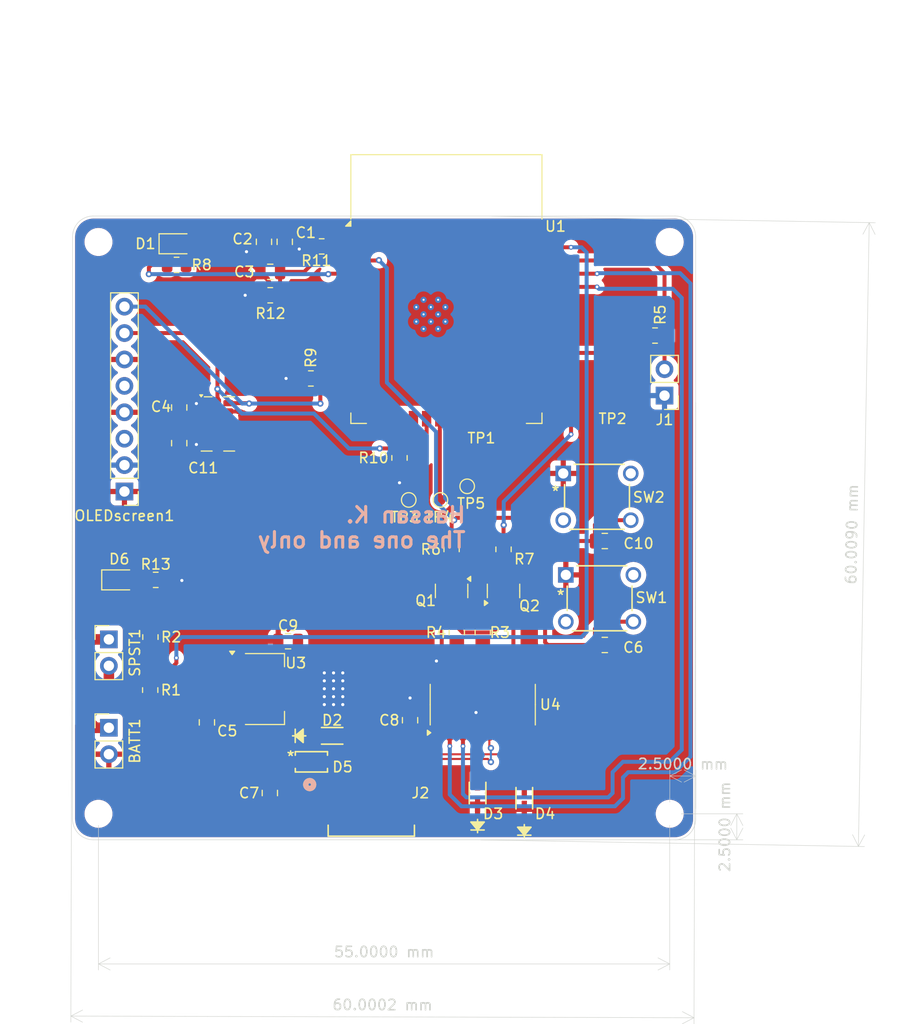
<source format=kicad_pcb>
(kicad_pcb (version 20240108) (generator "pcbnew") (generator_version "8.0")
  (layers (0 "F.Cu" signal) (31 "B.Cu" signal) (34 "B.Paste" user) (35 "F.Paste" user) (36 "B.SilkS" user "B.Silkscreen") (37 "F.SilkS" user "F.Silkscreen") (38 "B.Mask" user) (39 "F.Mask" user) (44 "Edge.Cuts" user))
  (net 0 "")
  (net 1 "VBAT1")
  (net 2 "GND")
  (net 3 "VCC_3V3")
  (net 4 "VBAT")
  (net 5 "/GPIO0")
  (net 6 "/CHIP_PU")
  (net 7 "VBUS")
  (net 8 "ESP_3V3")
  (net 9 "/MODE_SWITCH")
  (net 12 "/VBAT_ANALOG")
  (net 13 "/SDA")
  (net 14 "/SCL")
  (net 15 "/DEBUG_LED")
  (net 16 "Net-(D1-A)")
  (net 17 "Net-(D6-A)")
  (net 19 "/RTS")
  (net 20 "Net-(Q1-C)")
  (net 21 "Net-(Q1-B)")
  (net 22 "Net-(Q2-B)")
  (net 23 "Net-(Q2-C)")
  (net 24 "/DTR")
  (net 25 "/TX")
  (net 26 "/RX")
  (net 27 "Net-(U1-IO21)")
  (net 28 "Net-(U1-IO38)")
  (net 38 "Net-(U1-IO11)")
  (net 41 "Net-(U1-IO12)")
  (net 42 "Net-(U1-IO13)")
  (net 67 "/D+")
  (net 68 "/D-")
  (footprint "Resistor_SMD:R_0805_2012Metric" (layer "F.Cu") (at 189.5 80.0625 -90)
    (property "Reference" "R3")
    (property "Value" "10k")
  )
  (footprint "Resistor_SMD:R_0805_2012Metric" (layer "F.Cu") (at 191.5 72.0625 90)
    (property "Reference" "R7")
    (property "Value" "0(1%)")
  )
  (footprint "ZLibrary:DiodeZz" (layer "F.Cu") (at 189 95.5 90)
    (property "Reference" "D3")
    (property "Value" "~")
  )
  (footprint "ZLibrary:1N5819HW-7-F_DIO-L" (layer "F.Cu") (at 173 92.5)
    (property "Reference" "D5")
    (property "Value" "~")
  )
  (footprint "Capacitor_SMD:C_0805_2012Metric" (layer "F.Cu") (at 162.941 88.707 -90)
    (property "Reference" "C5")
    (property "Value" "0.1uF")
  )
  (footprint "Capacitor_SMD:C_0805_2012Metric" (layer "F.Cu") (at 170.754 80.899 180)
    (property "Reference" "C9")
    (property "Value" "10uF")
  )
  (footprint "TestPoint:TestPoint_Pad_D1.0mm" (layer "F.Cu") (at 188 66 90)
    (property "Reference" "TP5")
    (property "Value" "TestPoint")
  )
  (footprint "Resistor_SMD:R_0805_2012Metric" (layer "F.Cu") (at 158.0115 75)
    (property "Reference" "R13")
    (property "Value" "5.1k(1%)")
  )
  (footprint "Resistor_SMD:R_0805_2012Metric" (layer "F.Cu") (at 186.5 72.0625 90)
    (property "Reference" "R6")
    (property "Value" "0(1%)")
  )
  (footprint "LED_SMD:LED_0805_2012Metric" (layer "F.Cu") (at 154.5 75)
    (property "Reference" "D6")
    (property "Value" "LED")
  )
  (footprint "ZLibrary:switch" (layer "F.Cu") (at 204 79.0212)
    (property "Reference" "SW1")
    (property "Value" "SW_SPST")
  )
  (footprint "Capacitor_SMD:C_0805_2012Metric" (layer "F.Cu") (at 170.434 42.484 90)
    (property "Reference" "C1")
    (property "Value" "10uF")
  )
  (footprint "Resistor_SMD:R_0805_2012Metric" (layer "F.Cu") (at 157.48 85.598 -90)
    (property "Reference" "R1")
    (property "Value" "100K")
  )
  (footprint "Resistor_SMD:R_0805_2012Metric" (layer "F.Cu") (at 169.037 47.625)
    (property "Reference" "R12")
    (property "Value" "10K(1%)")
  )
  (footprint "RF_Module:ESP32-S3-WROOM-1" (layer "F.Cu") (at 186 47)
    (property "Reference" "U1")
    (property "Value" "ESP32-S3-WROOM-1")
  )
  (footprint "ZLibrary:Micro_Usb" (layer "F.Cu") (at 178.767 96.892401)
    (property "Reference" "J2")
    (property "Value" "USB_B_Micro")
  )
  (footprint "Capacitor_SMD:C_0805_2012Metric" (layer "F.Cu") (at 201.25 71.2606 180)
    (property "Reference" "C10")
    (property "Value" "0.1uF")
  )
  (footprint "ZLibrary:testpoint" (layer "F.Cu") (at 189.23 62.865 180)
    (property "Reference" "TP1")
    (property "Value" "TestPoint")
  )
  (footprint "Resistor_SMD:R_0805_2012Metric" (layer "F.Cu") (at 157.5 80.5 -90)
    (property "Reference" "R2")
    (property "Value" "56K")
  )
  (footprint "ZLibrary:testpoint" (layer "F.Cu") (at 202 56.5 90)
    (property "Reference" "TP2")
    (property "Value" "TestPoint")
  )
  (footprint "MountingHole:MountingHole_2.2mm_M2" (layer "F.Cu") (at 152.5 42.5)
    (property "Reference" "H3" (hide yes))
    (property "Value" "MountingHole_2.2mm_M2")
  )
  (footprint "Connector_PinHeader_2.54mm:PinHeader_1x02_P2.54mm_Vertical" (layer "F.Cu") (at 153.5 89.225)
    (property "Reference" "BATT1")
    (property "Value" "9V")
  )
  (footprint "Package_SO:SOIC-16_3.9x9.9mm_P1.27mm" (layer "F.Cu") (at 189.5 87 90)
    (property "Reference" "U4")
    (property "Value" "CH340C")
  )
  (footprint "Resistor_SMD:R_0805_2012Metric" (layer "F.Cu") (at 173.99 42.926)
    (property "Reference" "R11")
    (property "Value" "0(1%)")
  )
  (footprint "Resistor_SMD:R_0805_2012Metric" (layer "F.Cu") (at 172.9505 55.626 180)
    (property "Reference" "R9")
    (property "Value" "4.7k")
  )
  (footprint "TestPoint:TestPoint_Pad_D1.0mm" (layer "F.Cu") (at 185.422 67.31 90)
    (property "Reference" "TP4")
    (property "Value" "TestPoint")
  )
  (footprint "Connector_PinHeader_2.54mm:PinHeader_1x08_P2.54mm_Vertical" (layer "F.Cu") (at 155 66.5 180)
    (property "Reference" "OLEDscreen1")
    (property "Value" "Conn_01x08")
  )
  (footprint "MountingHole:MountingHole_2.2mm_M2" (layer "F.Cu") (at 152.5 97.5)
    (property "Reference" "H1" (hide yes))
    (property "Value" "MountingHole_2.2mm_M2")
  )
  (footprint "MountingHole:MountingHole_2.2mm_M2" (layer "F.Cu") (at 207.5 97.5)
    (property "Reference" "H2" (hide yes))
    (property "Value" "MountingHole_2.2mm_M2")
  )
  (footprint "Capacitor_SMD:C_0805_2012Metric" (layer "F.Cu") (at 160.274 58.42 90)
    (property "Reference" "C4")
    (property "Value" "0.1uF")
  )
  (footprint "Capacitor_SMD:C_0805_2012Metric" (layer "F.Cu") (at 160.274 61.849 -90)
    (property "Reference" "C11")
    (property "Value" "0.1uF")
  )
  (footprint "TestPoint:TestPoint_Pad_D1.0mm" (layer "F.Cu") (at 182.372 67.31 90)
    (property "Reference" "TP3")
    (property "Value" "TestPoint")
  )
  (footprint "Connector_PinHeader_2.54mm:PinHeader_1x02_P2.54mm_Vertical" (layer "F.Cu") (at 153.5 80.725)
    (property "Reference" "SPST1")
    (property "Value" "SW_DIP_x01")
  )
  (footprint "MountingHole:MountingHole_2.2mm_M2" (layer "F.Cu") (at 207.5 42.5)
    (property "Reference" "H4" (hide yes))
    (property "Value" "MountingHole_2.2mm_M2")
  )
  (footprint "Package_TO_SOT_SMD:SOT-23" (layer "F.Cu") (at 191.5 76.0625 90)
    (property "Reference" "Q2")
    (property "Value" "BC817")
  )
  (footprint "Capacitor_SMD:C_0805_2012Metric" (layer "F.Cu") (at 201.25 81.2606 180)
    (property "Reference" "C6")
    (property "Value" "0.1uF")
  )
  (footprint "Resistor_SMD:R_0805_2012Metric" (layer "F.Cu") (at 181.483 63.2695 -90)
    (property "Reference" "R10")
    (property "Value" "4.7k")
  )
  (footprint "Capacitor_SMD:C_0805_2012Metric" (layer "F.Cu") (at 168.434 42.484 90)
    (property "Reference" "C2")
    (property "Value" "0.1uF")
  )
  (footprint "Resistor_SMD:R_0805_2012Metric" (layer "F.Cu") (at 206.0875 51.5)
    (property "Reference" "R5")
    (property "Value" "10k")
  )
  (footprint "Package_TO_SOT_SMD:SOT-23" (layer "F.Cu") (at 186.5 76.0625 -90)
    (property "Reference" "Q1")
    (property "Value" "BC817")
  )
  (footprint "Connector_PinHeader_2.54mm:PinHeader_1x02_P2.54mm_Vertical" (layer "F.Cu") (at 207 57.275 180)
    (property "Reference" "J1")
    (property "Value" "SPST")
  )
  (footprint "ZLibrary:DiodeZz" (layer "F.Cu") (at 175 90)
    (property "Reference" "D2")
    (property "Value" "~")
  )
  (footprint "Capacitor_SMD:C_0805_2012Metric" (layer "F.Cu") (at 169 95.5 -90)
    (property "Reference" "C7")
    (property "Value" "10uF")
  )
  (footprint "ZLibrary:switch" (layer "F.Cu") (at 203.75 69.2606)
    (property "Reference" "SW2")
    (property "Value" "SW_SPST")
  )
  (footprint "Capacitor_SMD:C_0805_2012Metric" (layer "F.Cu") (at 182.5 88.5 -90)
    (property "Reference" "C8")
    (property "Value" "0.1uF")
  )
  (footprint "Resistor_SMD:R_0805_2012Metric" (layer "F.Cu") (at 160.02 44.704 180)
    (property "Reference" "R8")
    (property "Value" "5.1k(1%)")
  )
  (footprint "Capacitor_SMD:C_0805_2012Metric" (layer "F.Cu") (at 169.037 45.371 180)
    (property "Reference" "C3")
    (property "Value" "1uF")
  )
  (footprint "LED_SMD:LED_0805_2012Metric" (layer "F.Cu") (at 160.02 42.672)
    (property "Reference" "D1")
    (property "Value" "LED")
  )
  (footprint "Package_LGA:LGA-14_3x5mm_P0.8mm_LayoutBorder1x6y" (layer "F.Cu") (at 164 60)
    (property "Reference" "U2" (hide yes))
    (property "Value" "ADXL343")
  )
  (footprint "Package_TO_SOT_SMD:SOT-223-3_TabPin2" (layer "F.Cu") (at 168.5 85.5)
    (property "Reference" "U3")
    (property "Value" "LD1117S33TR_SOT223")
  )
  (footprint "ZLibrary:DiodeZz" (layer "F.Cu") (at 193.5 96 90)
    (property "Reference" "D4")
    (property "Value" "~")
  )
  (footprint "Resistor_SMD:R_0805_2012Metric" (layer "F.Cu") (at 187 80.0625 90)
    (property "Reference" "R4")
    (property "Value" "10k")
  )
  (gr_arc (start 210 98) (mid 209.414214 99.414214) (end 208 100) (stroke (width 0.05)) (layer "Edge.Cuts"))
  (gr_arc (start 208 40) (mid 209.414214 40.585786) (end 210 42) (stroke (width 0.05)) (layer "Edge.Cuts"))
  (gr_arc (start 150 42) (mid 150.585786 40.585786) (end 152 40) (stroke (width 0.05)) (layer "Edge.Cuts"))
  (gr_line (start 210 42) (end 210 98) (stroke (width 0.05)) (layer "Edge.Cuts"))
  (gr_arc (start 152 100) (mid 150.585786 99.414214) (end 150 98) (stroke (width 0.05)) (layer "Edge.Cuts"))
  (gr_line (start 150 98) (end 150 42) (stroke (width 0.05)) (layer "Edge.Cuts"))
  (gr_line (start 208 100) (end 152 100) (stroke (width 0.05)) (layer "Edge.Cuts"))
  (gr_line (start 152 40) (end 208 40) (stroke (width 0.05)) (layer "Edge.Cuts"))
  (gr_text "Hassan K. \nThe one and only" (at 187.996 72.0546 0) (layer "B.SilkS") (effects (font (size 1.5 1.5) (thickness 0.3) (bold yes)) (justify left bottom mirror)))
  (dimension (type aligned) (layer "Edge.Cuts") (pts (xy 188.82 100) (xy 189.86 40)) (height 36.854796) (gr_text "60,0090 mm" (at 225.039434 70.618791 89.0069726) (layer "Edge.Cuts") (effects (font (size 1 1) (thickness 0.15)))) (format (prefix "") (suffix "") (units 3) (units_format 1) (precision 4)) (style (thickness 0.05) (arrow_length 1.27) (text_position_mode 0) (extension_height 0.58642) (extension_offset 0.5) keep_text_aligned))
  (dimension (type aligned) (layer "Edge.Cuts") (pts (xy 152.5 97.5) (xy 207.5 97.5)) (height 14.44) (gr_text "55,0000 mm" (at 180 110.79 0) (layer "Edge.Cuts") (effects (font (size 1 1) (thickness 0.15)))) (format (prefix "") (suffix "") (units 3) (units_format 1) (precision 4)) (style (thickness 0.05) (arrow_length 1.27) (text_position_mode 0) (extension_height 0.58642) (extension_offset 0.5) keep_text_aligned))
  (dimension (type aligned) (layer "Edge.Cuts") (pts (xy 207.5 97.5) (xy 210 97.51)) (height -3.640627) (gr_text "2,5000 mm" (at 208.769162 92.714411 359.7708181) (layer "Edge.Cuts") (effects (font (size 1 1) (thickness 0.15)))) (format (prefix "") (suffix "") (units 3) (units_format 1) (precision 4)) (style (thickness 0.05) (arrow_length 1.27) (text_position_mode 0) (extension_height 0.58642) (extension_offset 0.5) keep_text_aligned))
  (dimension (type aligned) (layer "Edge.Cuts") (pts (xy 207.5 97.5) (xy 207.5 100)) (height -6.46) (gr_text "2,5000 mm" (at 212.81 98.75 90) (layer "Edge.Cuts") (effects (font (size 1 1) (thickness 0.15)))) (format (prefix "") (suffix "") (units 3) (units_format 1) (precision 4)) (style (thickness 0.05) (arrow_length 1.27) (text_position_mode 0) (extension_height 0.58642) (extension_offset 0.5) keep_text_aligned))
  (dimension (type aligned) (layer "Edge.Cuts") (pts (xy 150 57.28) (xy 210 57.44)) (height 59.675013) (gr_text "60,0002 mm" (at 179.843934 115.884805 359.8472116) (layer "Edge.Cuts") (effects (font (size 1 1) (thickness 0.15)))) (format (prefix "") (suffix "") (units 3) (units_format 1) (precision 4)) (style (thickness 0.05) (arrow_length 1.27) (text_position_mode 0) (extension_height 0.58642) (extension_offset 0.5) keep_text_aligned))
  (segment (start 152.225 89.225) (end 151.257 88.257) (width 1.016) (layer "F.Cu") (net 1))
  (segment (start 151.983 80.725) (end 153.5 80.725) (width 1.016) (layer "F.Cu") (net 1))
  (segment (start 151.257 88.257) (end 151.257 81.451) (width 1.016) (layer "F.Cu") (net 1))
  (segment (start 151.257 81.451) (end 151.983 80.725) (width 1.016) (layer "F.Cu") (net 1))
  (segment (start 153.5 89.225) (end 152.225 89.225) (width 1.016) (layer "F.Cu") (net 1))
  (segment (start 162.033 61.2) (end 161.732 60.899) (width 0.381) (layer "F.Cu") (net 2))
  (segment (start 153.5 91.765) (end 151 91.765) (width 0.508) (layer "F.Cu") (net 2))
  (segment (start 165 58.8) (end 166.242 58.8) (width 0.381) (layer "F.Cu") (net 2))
  (segment (start 161.732 60.899) (end 160.274 60.899) (width 0.381) (layer "F.Cu") (net 2))
  (segment (start 163 58.8) (end 162.307 58.8) (width 0.381) (layer "F.Cu") (net 2))
  (segment (start 163 60.4) (end 162.231 60.4) (width 0.381) (layer "F.Cu") (net 2))
  (segment (start 173.92685 90) (end 173 90) (width 0.508) (layer "F.Cu") (net 2))
  (segment (start 166.242 58.8) (end 166.243 58.801) (width 0.381) (layer "F.Cu") (net 2))
  (segment (start 183.5 93) (end 184 93.5) (width 0.381) (layer "F.Cu") (net 2))
  (segment (start 163 61.2) (end 162.033 61.2) (width 0.381) (layer "F.Cu") (net 2))
  (segment (start 172.5 90.5) (end 172.5 94.813502) (width 0.508) (layer "F.Cu") (net 2))
  (segment (start 173 90) (end 172.5 90.5) (width 0.508) (layer "F.Cu") (net 2))
  (segment (start 180.5 93) (end 183.5 93) (width 0.381) (layer "F.Cu") (net 2))
  (segment (start 162.307 58.8) (end 161.737 59.37) (width 0.381) (layer "F.Cu") (net 2))
  (segment (start 184 93.5) (end 184 99) (width 0.381) (layer "F.Cu") (net 2))
  (segment (start 161.737 59.37) (end 160.274 59.37) (width 0.381) (layer "F.Cu") (net 2))
  (segment (start 172.5 94.813502) (end 175.667001 94.813502) (width 0.508) (layer "F.Cu") (net 2))
  (segment (start 162.231 60.4) (end 161.732 60.899) (width 0.381) (layer "F.Cu") (net 2))
  (segment (start 180.067 94.688501) (end 180.067 93.433) (width 0.381) (layer "F.Cu") (net 2))
  (segment (start 180.067 93.433) (end 180.5 93) (width 0.381) (layer "F.Cu") (net 2))
  (segment (start 171.65 81.08) (end 171.65 85.5) (width 0.381) (layer "F.Cu") (net 3))
  (segment (start 163 62) (end 161.949 62) (width 0.381) (layer "F.Cu") (net 3))
  (segment (start 163.83 63.119) (end 163.449 63.119) (width 0.381) (layer "F.Cu") (net 3))
  (segment (start 174.215 85.5) (end 174.244 85.471) (width 0.381) (layer "F.Cu") (net 3))
  (segment (start 160.471 75) (end 160.528 75.057) (width 0.381) (layer "F.Cu") (net 3))
  (segment (start 161.949 62) (end 161.925 61.976) (width 0.381) (layer "F.Cu") (net 3))
  (segment (start 187.579 86.487) (end 188.849 87.757) (width 0.381) (layer "F.Cu") (net 3))
  (segment (start 185.055 85.868) (end 185.674 86.487) (width 0.381) (layer "F.Cu") (net 3))
  (segment (start 182.5 86.361) (end 182.499 86.36) (width 0.381) (layer "F.Cu") (net 3))
  (segment (start 170.434 43.434) (end 171.577 43.434) (width 0.381) (layer "F.Cu") (net 3))
  (segment (start 185.674 86.487) (end 187.579 86.487) (width 0.381) (layer "F.Cu") (net 3))
  (segment (start 185.055 84.525) (end 185.055 82.82) (width 0.381) (layer "F.Cu") (net 3))
  (segment (start 164 62) (end 164 62.949) (width 0.381) (layer "F.Cu") (net 3))
  (segment (start 160.274 62.799) (end 161.102 62.799) (width 0.381) (layer "F.Cu") (net 3))
  (segment (start 172.038 55.626) (end 170.561 55.626) (width 0.381) (layer "F.Cu") (net 3))
  (segment (start 171.704 80.899) (end 171.704 81.026) (width 0.381) (layer "F.Cu") (net 3))
  (segment (start 172.085 42.926) (end 173.0775 42.926) (width 0.381) (layer "F.Cu") (net 3))
  (segment (start 182.5 87.55) (end 182.5 86.361) (width 0.381) (layer "F.Cu") (net 3))
  (segment (start 163.129 62.799) (end 160.274 62.799) (width 0.381) (layer "F.Cu") (net 3))
  (segment (start 168.1245 47.625) (end 166.624 47.625) (width 0.381) (layer "F.Cu") (net 3))
  (segment (start 161.102 62.799) (end 161.925 61.976) (width 0.381) (layer "F.Cu") (net 3))
  (segment (start 188.865 87.773) (end 188.849 87.757) (width 0.381) (layer "F.Cu") (net 3))
  (segment (start 188.865 89.475) (end 188.865 87.773) (width 0.381) (layer "F.Cu") (net 3))
  (segment (start 160.274 57.47) (end 161.356 57.47) (width 0.381) (layer "F.Cu") (net 3))
  (segment (start 163.449 63.119) (end 163.129 62.799) (width 0.381) (layer "F.Cu") (net 3))
  (segment (start 171.704 81.026) (end 171.65 81.08) (width 0.381) (layer "F.Cu") (net 3))
  (segment (start 185.055 84.525) (end 185.055 85.868) (width 0.381) (layer "F.Cu") (net 3))
  (segment (start 165.35 85.5) (end 171.65 85.5) (width 1.016) (layer "F.Cu") (net 3))
  (segment (start 161.356 57.47) (end 161.925 58.039) (width 0.381) (layer "F.Cu") (net 3))
  (segment (start 168.434 43.434) (end 166.751 43.434) (width 0.381) (layer "F.Cu") (net 3))
  (segment (start 161.964 58) (end 161.925 58.039) (width 0.381) (layer "F.Cu") (net 3))
  (segment (start 163 58) (end 161.964 58) (width 0.381) (layer "F.Cu") (net 3))
  (segment (start 170.434 43.434) (end 168.434 43.434) (width 0.381) (layer "F.Cu") (net 3))
  (segment (start 171.577 43.434) (end 172.085 42.926) (width 0.381) (layer "F.Cu") (net 3))
  (segment (start 164 62.949) (end 163.83 63.119) (width 0.381) (layer "F.Cu") (net 3))
  (segment (start 158.924 75) (end 160.471 75) (width 0.381) (layer "F.Cu") (net 3))
  (segment (start 181.483 64.182) (end 181.483 65.659) (width 0.381) (layer "F.Cu") (net 3))
  (segment (start 185.055 82.82) (end 185.039 82.804) (width 0.381) (layer "F.Cu") (net 3))
  (via (at 185.039 82.804) (size 0.6) (drill 0.3) (layers "F.Cu" "B.Cu") (net 3))
  (via (at 174.244 86.995) (size 0.6) (drill 0.3) (layers "F.Cu" "B.Cu") (net 3))
  (via (at 161.925 61.976) (size 0.6) (drill 0.3) (layers "F.Cu" "B.Cu") (net 3))
  (via (at 161.925 58.039) (size 0.6) (drill 0.3) (layers "F.Cu" "B.Cu") (net 3))
  (via (at 160.528 75.057) (size 0.6) (drill 0.3) (layers "F.Cu" "B.Cu") (net 3))
  (via (at 166.751 43.434) (size 0.6) (drill 0.3) (layers "F.Cu" "B.Cu") (net 3))
  (via (at 175.133 83.947) (size 0.6) (drill 0.3) (layers "F.Cu" "B.Cu") (net 3))
  (via (at 176.022 86.995) (size 0.6) (drill 0.3) (layers "F.Cu" "B.Cu") (net 3))
  (via (at 188.849 87.757) (size 0.6) (drill 0.3) (layers "F.Cu" "B.Cu") (net 3))
  (via (at 170.561 55.626) (size 0.6) (drill 0.3) (layers "F.Cu" "B.Cu") (net 3))
  (via (at 176.022 85.471) (size 0.6) (drill 0.3) (layers "F.Cu" "B.Cu") (net 3))
  (via (at 175.133 84.709) (size 0.6) (drill 0.3) (layers "F.Cu" "B.Cu") (net 3))
  (via (at 175.133 86.995) (size 0.6) (drill 0.3) (layers "F.Cu" "B.Cu") (net 3))
  (via (at 174.244 83.947) (size 0.6) (drill 0.3) (layers "F.Cu" "B.Cu") (net 3))
  (via (at 176.022 83.947) (size 0.6) (drill 0.3) (layers "F.Cu" "B.Cu") (net 3))
  (via (at 175.133 86.233) (size 0.6) (drill 0.3) (layers "F.Cu" "B.Cu") (net 3))
  (via (at 171.831 43.18) (size 0.6) (drill 0.3) (layers "F.Cu" "B.Cu") (net 3))
  (via (at 176.022 84.709) (size 0.6) (drill 0.3) (layers "F.Cu" "B.Cu") (net 3))
  (via (at 182.499 86.36) (size 0.6) (drill 0.3) (layers "F.Cu" "B.Cu") (net 3))
  (via (at 166.624 47.625) (size 0.6) (drill 0.3) (layers "F.Cu" "B.Cu") (net 3))
  (via (at 174.244 84.709) (size 0.6) (drill 0.3) (layers "F.Cu" "B.Cu") (net 3))
  (via (at 174.244 86.233) (size 0.6) (drill 0.3) (layers "F.Cu" "B.Cu") (net 3))
  (via (at 176.022 86.233) (size 0.6) (drill 0.3) (layers "F.Cu" "B.Cu") (net 3))
  (via (at 181.483 65.659) (size 0.6) (drill 0.3) (layers "F.Cu" "B.Cu") (net 3))
  (via (at 174.244 85.471) (size 0.6) (drill 0.3) (layers "F.Cu" "B.Cu") (net 3))
  (via (at 175.133 85.471) (size 0.6) (drill 0.3) (layers "F.Cu" "B.Cu") (net 3))
  (segment (start 157.8 87.8) (end 157.5 87.5) (width 1.016) (layer "F.Cu") (net 4))
  (segment (start 161.5 87.8) (end 157.8 87.8) (width 1.016) (layer "F.Cu") (net 4))
  (segment (start 153.6475 83.4125) (end 153.5 83.265) (width 0.508) (layer "F.Cu") (net 4))
  (segment (start 157.5 86.4125) (end 157.5 87.5) (width 1.016) (layer "F.Cu") (net 4))
  (segment (start 171.329 92.5) (end 169 92.5) (width 0.508) (layer "F.Cu") (net 4))
  (segment (start 153.5 86) (end 154 86.5) (width 1.016) (layer "F.Cu") (net 4))
  (segment (start 169 94.55) (end 169 92.5) (width 0.508) (layer "F.Cu") (net 4))
  (segment (start 168.8 87.8) (end 169 88) (width 0.508) (layer "F.Cu") (net 4))
  (segment (start 154 86.5) (end 157.4125 86.5) (width 1.016) (layer "F.Cu") (net 4))
  (segment (start 165.35 87.8) (end 161.5 87.8) (width 1.016) (layer "F.Cu") (net 4))
  (segment (start 165.35 87.8) (end 168.8 87.8) (width 0.508) (layer "F.Cu") (net 4))
  (segment (start 169 92.5) (end 169 88) (width 0.508) (layer "F.Cu") (net 4))
  (segment (start 153.5 83.265) (end 153.5 86) (width 1.016) (layer "F.Cu") (net 4))
  (segment (start 200.3 79.7) (end 200.3 81.2606) (width 0.381) (layer "F.Cu") (net 5))
  (segment (start 204 79.0212) (end 200.9788 79.0212) (width 0.381) (layer "F.Cu") (net 5))
  (segment (start 191.5 71.15) (end 193.324 71.15) (width 0.381) (layer "F.Cu") (net 5))
  (segment (start 195.5 73.326) (end 195.5 81) (width 0.381) (layer "F.Cu") (net 5))
  (segment (start 191.5 71.15) (end 191.5 69.739) (width 0.381) (layer "F.Cu") (net 5))
  (segment (start 198 58.5) (end 197.75 58.25) (width 0.381) (layer "F.Cu") (net 5))
  (segment (start 197.75 58.25) (end 194.75 58.25) (width 0.381) (layer "F.Cu") (net 5))
  (segment (start 200.9788 79.0212) (end 200.3 79.7) (width 0.381) (layer "F.Cu") (net 5))
  (segment (start 195.7606 81.2606) (end 200.3 81.2606) (width 0.381) (layer "F.Cu") (net 5))
  (segment (start 193.324 71.15) (end 195.5 73.326) (width 0.381) (layer "F.Cu") (net 5))
  (segment (start 198 61) (end 198 58.5) (width 0.381) (layer "F.Cu") (net 5))
  (segment (start 195.5 81) (end 195.7606 81.2606) (width 0.381) (layer "F.Cu") (net 5))
  (segment (start 191.5 69.739) (end 191.516 69.723) (width 0.381) (layer "F.Cu") (net 5))
  (via (at 198 61) (size 0.4572) (drill 0.254) (layers "F.Cu" "B.Cu") (net 5))
  (via (at 191.516 69.723) (size 0.6) (drill 0.3) (layers "F.Cu" "B.Cu") (net 5))
  (segment (start 191.516 67.484) (end 198 61) (width 0.381) (layer "B.Cu") (net 5))
  (segment (start 191.516 69.723) (end 191.516 67.484) (width 0.381) (layer "B.Cu") (net 5))
  (segment (start 186.5 69.5) (end 186.75 69.25) (width 0.381) (layer "F.Cu") (net 6))
  (segment (start 203.75 69.2606) (end 200.7394 69.2606) (width 0.381) (layer "F.Cu") (net 6))
  (segment (start 194.6355 69.0325) (end 196.8636 71.2606) (width 0.381) (layer "F.Cu") (net 6))
  (segment (start 169.987 45.371) (end 169.987 47.5875) (width 0.381) (layer "F.Cu") (net 6))
  (segment (start 179.47 44.28) (end 179.5 44.25) (width 0.381) (layer "F.Cu") (net 6))
  (segment (start 172.307 45.371) (end 173.178 44.5) (width 0.381) (layer "F.Cu") (net 6))
  (segment (start 173.448 44.28) (end 177.25 44.28) (width 0.381) (layer "F.Cu") (net 6))
  (segment (start 186.75 69.25) (end 186.9675 69.0325) (width 0.381) (layer "F.Cu") (net 6))
  (segment (start 196.8636 71.2606) (end 200.3 71.2606) (width 0.381) (layer "F.Cu") (net 6))
  (segment (start 169.987 47.5875) (end 169.9495 47.625) (width 0.381) (layer "F.Cu") (net 6))
  (segment (start 186.5 71.15) (end 186.5 69.5) (width 0.381) (layer "F.Cu") (net 6))
  (segment (start 186.9675 69.0325) (end 194.6355 69.0325) (width 0.381) (layer "F.Cu") (net 6))
  (segment (start 177.25 44.28) (end 179.47 44.28) (width 0.381) (layer "F.Cu") (net 6))
  (segment (start 173.228 44.5) (end 173.448 44.28) (width 0.381) (layer "F.Cu") (net 6))
  (segment (start 173.178 44.5) (end 173.228 44.5) (width 0.381) (layer "F.Cu") (net 6))
  (segment (start 200.7394 69.2606) (end 200.3 69.7) (width 0.381) (layer "F.Cu") (net 6))
  (segment (start 169.987 45.371) (end 172.307 45.371) (width 0.381) (layer "F.Cu") (net 6))
  (segment (start 200.3 69.7) (end 200.3 71.2606) (width 0.381) (layer "F.Cu") (net 6))
  (via (at 186.75 69.25) (size 0.6) (drill 0.3) (layers "F.Cu" "B.Cu") (net 6))
  (via (at 179.5 44.25) (size 0.6) (drill 0.3) (layers "F.Cu" "B.Cu") (net 6))
  (segment (start 180.2685 56.0185) (end 185 60.75) (width 0.381) (layer "B.Cu") (net 6))
  (segment (start 185 60.75) (end 185 67.5) (width 0.381) (layer "B.Cu") (net 6))
  (segment (start 180.2685 45.0185) (end 180.2685 56.0185) (width 0.381) (layer "B.Cu") (net 6))
  (segment (start 185 67.5) (end 186.75 69.25) (width 0.381) (layer "B.Cu") (net 6))
  (segment (start 179.5 44.25) (end 180.2685 45.0185) (width 0.381) (layer "B.Cu") (net 6))
  (segment (start 177 90) (end 176.07315 90) (width 0.381) (layer "F.Cu") (net 7))
  (segment (start 177.467 92.5) (end 177.467 90.467) (width 0.381) (layer "F.Cu") (net 7))
  (segment (start 177.467 90.467) (end 177 90) (width 0.381) (layer "F.Cu") (net 7))
  (segment (start 177.467 94.688501) (end 177.467 92.5) (width 0.381) (layer "F.Cu") (net 7))
  (segment (start 174.671 92.5) (end 177.467 92.5) (width 0.381) (layer "F.Cu") (net 7))
  (segment (start 177.25 43.01) (end 174.9865 43.01) (width 0.381) (layer "F.Cu") (net 8))
  (segment (start 174.9865 43.01) (end 174.9025 42.926) (width 0.381) (layer "F.Cu") (net 8))
  (segment (start 207 51.75) (end 207 52.5) (width 0.381) (layer "F.Cu") (net 9))
  (segment (start 194.75 44.28) (end 205.78 44.28) (width 0.381) (layer "F.Cu") (net 9))
  (segment (start 207 54.735) (end 207 52.5) (width 0.381) (layer "F.Cu") (net 9))
  (segment (start 207 45.5) (end 207 51.5) (width 0.381) (layer "F.Cu") (net 9))
  (segment (start 205.78 44.28) (end 207 45.5) (width 0.381) (layer "F.Cu") (net 9))
  (segment (start 157.5 83.5) (end 157.5 84.5875) (width 0.381) (layer "F.Cu") (net 12))
  (segment (start 157.5 83.5) (end 159.5 83.5) (width 0.381) (layer "F.Cu") (net 12))
  (segment (start 157.5 81.4125) (end 157.5 83.5) (width 0.381) (layer "F.Cu") (net 12))
  (segment (start 159.5 83.5) (end 160 83) (width 0.381) (layer "F.Cu") (net 12))
  (segment (start 160 83) (end 160 82.5) (width 0.381) (layer "F.Cu") (net 12))
  (segment (start 198 43.01) (end 194.75 43.01) (width 0.381) (layer "F.Cu") (net 12))
  (via (at 198 43.01) (size 0.4572) (drill 0.254) (layers "F.Cu" "B.Cu") (net 12))
  (via (at 160 82.5) (size 0.4572) (drill 0.254) (layers "F.Cu" "B.Cu") (net 12))
  (segment (start 199 43.01) (end 199.5 43.51) (width 0.381) (layer "B.Cu") (net 12))
  (segment (start 198 43.01) (end 199 43.01) (width 0.381) (layer "B.Cu") (net 12))
  (segment (start 199.5 80) (end 199 80.5) (width 0.381) (layer "B.Cu") (net 12))
  (segment (start 199.5 43.51) (end 199.5 80) (width 0.381) (layer "B.Cu") (net 12))
  (segment (start 160 81) (end 160 82.5) (width 0.381) (layer "B.Cu") (net 12))
  (segment (start 199 80.5) (end 160.5 80.5) (width 0.381) (layer "B.Cu") (net 12))
  (segment (start 160.5 80.5) (end 160 81) (width 0.381) (layer "B.Cu") (net 12))
  (segment (start 166.966 58) (end 167.005 58.039) (width 0.381) (layer "F.Cu") (net 13))
  (segment (start 165 58) (end 166.966 58) (width 0.381) (layer "F.Cu") (net 13))
  (segment (start 173.824 58) (end 173.863 58.039) (width 0.381) (layer "F.Cu") (net 13))
  (segment (start 177.166 55.626) (end 177.25 55.71) (width 0.381) (layer "F.Cu") (net 13))
  (segment (start 173.863 55.626) (end 173.863 58.039) (width 0.381) (layer "F.Cu") (net 13))
  (segment (start 173.863 55.626) (end 177.166 55.626) (width 0.381) (layer "F.Cu") (net 13))
  (via (at 173.863 58.039) (size 0.6) (drill 0.3) (layers "F.Cu" "B.Cu") (net 13))
  (via (at 167.005 58.039) (size 0.6) (drill 0.3) (layers "F.Cu" "B.Cu") (net 13))
  (segment (start 157.011515 48.72) (end 166.330515 58.039) (width 0.381) (layer "B.Cu") (net 13))
  (segment (start 167.005 58.039) (end 173.863 58.039) (width 0.381) (layer "B.Cu") (net 13))
  (segment (start 166.330515 58.039) (end 167.005 58.039) (width 0.381) (layer "B.Cu") (net 13))
  (segment (start 155 48.72) (end 157.011515 48.72) (width 0.381) (layer "B.Cu") (net 13))
  (segment (start 160.988 51.26) (end 155 51.26) (width 0.381) (layer "F.Cu") (net 14))
  (segment (start 164 58) (end 164 57.525001) (width 0.381) (layer "F.Cu") (net 14))
  (segment (start 181.555 59.5) (end 181.555 62.285) (width 0.381) (layer "F.Cu") (net 14))
  (segment (start 181.555 62.285) (end 181.483 62.357) (width 0.381) (layer "F.Cu") (net 14))
  (segment (start 163.957 56.642) (end 163.957 54.229) (width 0.381) (layer "F.Cu") (net 14))
  (segment (start 163.957 54.229) (end 160.988 51.26) (width 0.381) (layer "F.Cu") (net 14))
  (segment (start 181.483 62.357) (end 179.578 62.357) (width 0.381) (layer "F.Cu") (net 14))
  (segment (start 164 57.525001) (end 163.957 57.482001) (width 0.381) (layer "F.Cu") (net 14))
  (segment (start 163.957 57.482001) (end 163.957 56.642) (width 0.381) (layer "F.Cu") (net 14))
  (via (at 179.578 62.357) (size 0.6) (drill 0.3) (layers "F.Cu" "B.Cu") (net 14))
  (via (at 163.957 56.642) (size 0.6) (drill 0.3) (layers "F.Cu" "B.Cu") (net 14))
  (segment (start 176.607 62.357) (end 173.25 59) (width 0.381) (layer "B.Cu") (net 14))
  (segment (start 166.315 59) (end 163.957 56.642) (width 0.381) (layer "B.Cu") (net 14))
  (segment (start 179.578 62.357) (end 176.607 62.357) (width 0.381) (layer "B.Cu") (net 14))
  (segment (start 173.25 59) (end 166.315 59) (width 0.381) (layer "B.Cu") (net 14))
  (segment (start 157.353 45.593) (end 157.353 44.958) (width 0.381) (layer "F.Cu") (net 15))
  (segment (start 174.668 45.55) (end 174.625 45.593) (width 0.381) (layer "F.Cu") (net 15))
  (segment (start 157.353 44.958) (end 157.607 44.704) (width 0.381) (layer "F.Cu") (net 15))
  (segment (start 177.25 45.55) (end 174.668 45.55) (width 0.381) (layer "F.Cu") (net 15))
  (segment (start 157.607 44.704) (end 159.1075 44.704) (width 0.381) (layer "F.Cu") (net 15))
  (via (at 174.625 45.593) (size 0.6) (drill 0.3) (layers "F.Cu" "B.Cu") (net 15))
  (via (at 157.353 45.593) (size 0.6) (drill 0.3) (layers "F.Cu" "B.Cu") (net 15))
  (segment (start 174.625 45.593) (end 157.353 45.593) (width 0.381) (layer "B.Cu") (net 15))
  (segment (start 160.9575 44.679) (end 160.9325 44.704) (width 0.381) (layer "F.Cu") (net 16))
  (segment (start 160.9575 42.672) (end 160.9575 44.679) (width 0.381) (layer "F.Cu") (net 16))
  (segment (start 157.099 75) (end 155.4375 75) (width 0.381) (layer "F.Cu") (net 17))
  (segment (start 187.595 83.095) (end 187 82.5) (width 0.381) (layer "F.Cu") (net 19))
  (segment (start 187.595 84.525) (end 187.595 83.095) (width 0.381) (layer "F.Cu") (net 19))
  (segment (start 185.55 82.05) (end 186 82.5) (width 0.381) (layer "F.Cu") (net 19))
  (segment (start 187 82.5) (end 187 80.975) (width 0.381) (layer "F.Cu") (net 19))
  (segment (start 185.55 75.125) (end 185.55 82.05) (width 0.381) (layer "F.Cu") (net 19))
  (segment (start 186 82.5) (end 187 82.5) (width 0.381) (layer "F.Cu") (net 19))
  (segment (start 186.5 77) (end 186.5 72.975) (width 0.381) (layer "F.Cu") (net 20))
  (segment (start 189 77.5) (end 188 77.5) (width 0.381) (layer "F.Cu") (net 21))
  (segment (start 189.5 78) (end 189 77.5) (width 0.381) (layer "F.Cu") (net 21))
  (segment (start 187.45 76.95) (end 187.45 75.125) (width 0.381) (layer "F.Cu") (net 21))
  (segment (start 188 77.5) (end 187.45 76.95) (width 0.381) (layer "F.Cu") (net 21))
  (segment (start 189.5 79.15) (end 189.5 78) (width 0.381) (layer "F.Cu") (net 21))
  (segment (start 191 78.5) (end 190.55 78.05) (width 0.381) (layer "F.Cu") (net 22))
  (segment (start 191 79.5) (end 191 78.5) (width 0.381) (layer "F.Cu") (net 22))
  (segment (start 187 79.5) (end 187.553 80.053) (width 0.381) (layer "F.Cu") (net 22))
  (segment (start 190.447 80.053) (end 191 79.5) (width 0.381) (layer "F.Cu") (net 22))
  (segment (start 190.55 78.05) (end 190.55 77) (width 0.381) (layer "F.Cu") (net 22))
  (segment (start 187 79.15) (end 187 79.5) (width 0.381) (layer "F.Cu") (net 22))
  (segment (start 187.553 80.053) (end 190.447 80.053) (width 0.381) (layer "F.Cu") (net 22))
  (segment (start 191.5 75.125) (end 191.5 72.975) (width 0.381) (layer "F.Cu") (net 23))
  (segment (start 192.45 77) (end 192.45 82.05) (width 0.381) (layer "F.Cu") (net 24))
  (segment (start 189.5 82.5) (end 189.5 80.975) (width 0.381) (layer "F.Cu") (net 24))
  (segment (start 188.865 83.135) (end 189.5 82.5) (width 0.381) (layer "F.Cu") (net 24))
  (segment (start 188.865 84.525) (end 188.865 83.135) (width 0.381) (layer "F.Cu") (net 24))
  (segment (start 192 82.5) (end 189.5 82.5) (width 0.381) (layer "F.Cu") (net 24))
  (segment (start 192.45 82.05) (end 192 82.5) (width 0.381) (layer "F.Cu") (net 24))
  (segment (start 186.325 89.475) (end 186.325 91) (width 0.381) (layer "F.Cu") (net 25))
  (segment (start 200.5 45.55) (end 194.75 45.55) (width 0.381) (layer "F.Cu") (net 25))
  (via (at 200.5 45.55) (size 0.4572) (drill 0.254) (layers "F.Cu" "B.Cu") (net 25))
  (via (at 186.325 91) (size 0.4572) (drill 0.254) (layers "F.Cu" "B.Cu") (net 25))
  (segment (start 208.5 45.5) (end 200.55 45.5) (width 0.381) (layer "B.Cu") (net 25))
  (segment (start 202.226 96.774) (end 203 96) (width 0.381) (layer "B.Cu") (net 25))
  (segment (start 203 96) (end 203 94) (width 0.381) (layer "B.Cu") (net 25))
  (segment (start 203 94) (end 203.5 93.5) (width 0.381) (layer "B.Cu") (net 25))
  (segment (start 208 93.5) (end 209.5 92) (width 0.381) (layer "B.Cu") (net 25))
  (segment (start 209.5 46.5) (end 208.5 45.5) (width 0.381) (layer "B.Cu") (net 25))
  (segment (start 186.325 95.647) (end 187.452 96.774) (width 0.381) (layer "B.Cu") (net 25))
  (segment (start 200.55 45.5) (end 200.5 45.55) (width 0.381) (layer "B.Cu") (net 25))
  (segment (start 209.5 92) (end 209.5 46.5) (width 0.381) (layer "B.Cu") (net 25))
  (segment (start 203.5 93.5) (end 208 93.5) (width 0.381) (layer "B.Cu") (net 25))
  (segment (start 186.325 91) (end 186.325 95.647) (width 0.381) (layer "B.Cu") (net 25))
  (segment (start 187.452 96.774) (end 202.226 96.774) (width 0.381) (layer "B.Cu") (net 25))
  (segment (start 187.595 89.475) (end 187.595 91) (width 0.381) (layer "F.Cu") (net 26))
  (segment (start 200.5 46.82) (end 194.75 46.82) (width 0.381) (layer "F.Cu") (net 26))
  (via (at 187.595 91) (size 0.4572) (drill 0.254) (layers "F.Cu" "B.Cu") (net 26))
  (via (at 200.5 46.82) (size 0.4572) (drill 0.254) (layers "F.Cu" "B.Cu") (net 26))
  (segment (start 203 92.5) (end 207.5 92.5) (width 0.381) (layer "B.Cu") (net 26))
  (segment (start 207.782 47) (end 200.68 47) (width 0.381) (layer "B.Cu") (net 26))
  (segment (start 202 93.5) (end 203 92.5) (width 0.381) (layer "B.Cu") (net 26))
  (segment (start 208.661 47.879) (end 207.782 47) (width 0.381) (layer "B.Cu") (net 26))
  (segment (start 187.595 95.595) (end 187.919 95.919) (width 0.381) (layer "B.Cu") (net 26))
  (segment (start 187.595 91) (end 187.595 95.595) (width 0.381) (layer "B.Cu") (net 26))
  (segment (start 200.68 47) (end 200.5 46.82) (width 0.381) (layer "B.Cu") (net 26))
  (segment (start 187.919 95.919) (end 201.581 95.919) (width 0.381) (layer "B.Cu") (net 26))
  (segment (start 201.581 95.919) (end 202 95.5) (width 0.381) (layer "B.Cu") (net 26))
  (segment (start 202 95.5) (end 202 93.5) (width 0.381) (layer "B.Cu") (net 26))
  (segment (start 208.661 91.339) (end 208.661 47.879) (width 0.381) (layer "B.Cu") (net 26))
  (segment (start 207.5 92.5) (end 208.661 91.339) (width 0.381) (layer "B.Cu") (net 26))
  (segment (start 189.23 59.555) (end 189.175 59.5) (width 0.381) (layer "F.Cu") (net 27))
  (segment (start 189.23 62.865) (end 189.23 59.555) (width 0.381) (layer "F.Cu") (net 27))
  (segment (start 201.67 53.17) (end 202 53.5) (width 0.381) (layer "F.Cu") (net 28))
  (segment (start 194.75 53.17) (end 201.67 53.17) (width 0.381) (layer "F.Cu") (net 28))
  (segment (start 202 56.5) (end 202 53.5) (width 0.381) (layer "F.Cu") (net 28))
  (segment (start 182.372 64.918232) (end 182.372 67.31) (width 0.381) (layer "F.Cu") (net 38))
  (segment (start 184.095 59.5) (end 184.095 63.195232) (width 0.381) (layer "F.Cu") (net 38))
  (segment (start 184.095 63.195232) (end 182.372 64.918232) (width 0.381) (layer "F.Cu") (net 38))
  (segment (start 185.365 59.5) (end 185.365 67.253) (width 0.381) (layer "F.Cu") (net 41))
  (segment (start 185.365 67.253) (end 185.422 67.31) (width 0.381) (layer "F.Cu") (net 41))
  (segment (start 186.635 59.5) (end 186.635 64.635) (width 0.381) (layer "F.Cu") (net 42))
  (segment (start 186.635 64.635) (end 188 66) (width 0.381) (layer "F.Cu") (net 42))
  (segment (start 190.282179 92.517579) (end 189.9896 92.225) (width 0.2) (layer "F.Cu") (net 67))
  (segment (start 178.767 93.67885) (end 178.667 93.57885) (width 0.2) (layer "F.Cu") (net 67))
  (segment (start 188.25 92.225) (end 189 92.225) (width 0.2) (layer "F.Cu") (net 67))
  (segment (start 189.9896 92.225) (end 189 92.225) (width 0.2) (layer "F.Cu") (net 67))
  (segment (start 178.767 94.688501) (end 178.767 93.67885) (width 0.2) (layer "F.Cu") (net 67))
  (segment (start 189 94.42685) (end 189 92.225) (width 0.2) (layer "F.Cu") (net 67))
  (segment (start 190.135 91.027821) (end 190.135 89.475) (width 0.2) (layer "F.Cu") (net 67))
  (segment (start 190.282179 91.175) (end 190.135 91.027821) (width 0.2) (layer "F.Cu") (net 67))
  (segment (start 179.5932 92.225) (end 188.25 92.225) (width 0.2) (layer "F.Cu") (net 67))
  (segment (start 178.667 93.1512) (end 179.5932 92.225) (width 0.2) (layer "F.Cu") (net 67))
  (segment (start 178.667 93.57885) (end 178.667 93.1512) (width 0.2) (layer "F.Cu") (net 67))
  (via (at 190.282179 91.175) (size 0.6) (drill 0.3) (layers "F.Cu" "B.Cu") (net 67))
  (via (at 190.282179 92.517579) (size 0.6) (drill 0.3) (layers "F.Cu" "B.Cu") (net 67))
  (segment (start 190.282179 92.517579) (end 190.282179 91.175) (width 0.2) (layer "B.Cu") (net 67))
  (segment (start 178.217001 92.964799) (end 179.4068 91.775) (width 0.2) (layer "F.Cu") (net 68))
  (segment (start 178.217001 93.57885) (end 178.217001 92.964799) (width 0.2) (layer "F.Cu") (net 68))
  (segment (start 193.5 94.92685) (end 193.5 93.805) (width 0.2) (layer "F.Cu") (net 68))
  (segment (start 178.117001 94.688501) (end 178.117001 93.67885) (width 0.2) (layer "F.Cu") (net 68))
  (segment (start 178.117001 93.67885) (end 178.217001 93.57885) (width 0.2) (layer "F.Cu") (net 68))
  (segment (start 191.405 91.73991) (end 191.405 89.475) (width 0.2) (layer "F.Cu") (net 68))
  (segment (start 191.36991 91.775) (end 191.405 91.73991) (width 0.2) (layer "F.Cu") (net 68))
  (segment (start 179.4068 91.775) (end 191.36991 91.775) (width 0.2) (layer "F.Cu") (net 68))
  (segment (start 193.5 93.805) (end 191.4652 91.7702) (width 0.2) (layer "F.Cu") (net 68))
  (zone (net 3) (net_name "VCC_3V3") (layer "F.Cu") (priority 1) (connect_pads (clearance 0.5)) (min_thickness 0.25) (fill yes (thermal_gap 0.5) (thermal_bridge_width 0.5))
    (polygon (pts (xy 172.466 83.439) (xy 176.53 83.439) (xy 176.53 87.503) (xy 172.466 87.503)))
  )
  (zone (net 2) (net_name "GND") (layer "F.Cu") (connect_pads (clearance 0.5)) (min_thickness 0.25) (fill yes (thermal_gap 0.5) (thermal_bridge_width 0.5))
    (polygon (pts (xy 149.86 38.1) (xy 210.82 38.1) (xy 210.82 101.6) (xy 149.86 101.6)))
  )
  (zone (net 3) (net_name "VCC_3V3") (layer "B.Cu") (priority 1) (connect_pads (clearance 0.5)) (min_thickness 0.25) (fill yes (thermal_gap 0.5) (thermal_bridge_width 0.5))
    (polygon (pts (xy 149.86 38.1) (xy 210.82 38.1) (xy 210.82 101.6) (xy 149.86 101.6)))
  )
)
</source>
